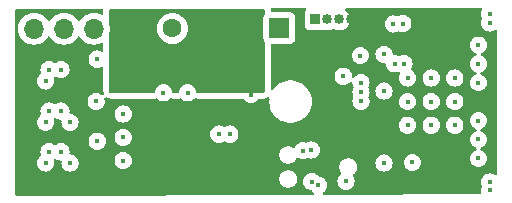
<source format=gbr>
%TF.GenerationSoftware,KiCad,Pcbnew,8.0.6*%
%TF.CreationDate,2024-11-27T12:45:58+01:00*%
%TF.ProjectId,Caffeinated-AFTONSPARV,43616666-6569-46e6-9174-65642d414654,rev?*%
%TF.SameCoordinates,Original*%
%TF.FileFunction,Copper,L3,Inr*%
%TF.FilePolarity,Positive*%
%FSLAX46Y46*%
G04 Gerber Fmt 4.6, Leading zero omitted, Abs format (unit mm)*
G04 Created by KiCad (PCBNEW 8.0.6) date 2024-11-27 12:45:58*
%MOMM*%
%LPD*%
G01*
G04 APERTURE LIST*
%TA.AperFunction,ComponentPad*%
%ADD10R,0.850000X0.850000*%
%TD*%
%TA.AperFunction,ComponentPad*%
%ADD11O,0.850000X0.850000*%
%TD*%
%TA.AperFunction,ComponentPad*%
%ADD12R,1.700000X1.700000*%
%TD*%
%TA.AperFunction,ComponentPad*%
%ADD13O,1.700000X1.700000*%
%TD*%
%TA.AperFunction,ComponentPad*%
%ADD14R,1.600000X1.600000*%
%TD*%
%TA.AperFunction,ComponentPad*%
%ADD15C,1.600000*%
%TD*%
%TA.AperFunction,ViaPad*%
%ADD16C,0.450000*%
%TD*%
G04 APERTURE END LIST*
D10*
%TO.N,GND*%
%TO.C,J4*%
X25600000Y15065000D03*
D11*
%TO.N,USB-D+*%
X26600000Y15065000D03*
%TO.N,USB-D-*%
X27600000Y15065000D03*
%TO.N,+3.3V*%
X28600000Y15065000D03*
%TD*%
D12*
%TO.N,+24V*%
%TO.C,J2*%
X9390000Y14275000D03*
D13*
%TO.N,Net-(J2-Pin_2)*%
X6850000Y14275000D03*
%TO.N,Net-(J2-Pin_3)*%
X4310000Y14275000D03*
%TO.N,Net-(J2-Pin_4)*%
X1770000Y14275000D03*
%TD*%
D12*
%TO.N,GND*%
%TO.C,J1*%
X22550000Y14325000D03*
D13*
%TO.N,+24V*%
X20010000Y14325000D03*
%TD*%
D14*
%TO.N,+24V*%
%TO.C,C2*%
X15982380Y14300000D03*
D15*
%TO.N,GND*%
X13482380Y14300000D03*
%TD*%
D16*
%TO.N,GND*%
X39400000Y3300000D03*
X40350000Y1300000D03*
X33400000Y10100000D03*
X4825000Y2900000D03*
X2750000Y2900000D03*
X31400000Y2900000D03*
X39400000Y11300000D03*
X2750000Y9850000D03*
X9325000Y3100000D03*
X2750000Y6350000D03*
X9325000Y7050000D03*
X37400000Y10100000D03*
X18350000Y5350000D03*
X9325000Y5075000D03*
X39400000Y9700000D03*
X33400000Y8100000D03*
X40350000Y15500000D03*
X33400000Y6100000D03*
X29400000Y12000000D03*
X35400000Y8100000D03*
X24560000Y3950000D03*
X12725000Y8850000D03*
X37400000Y6100000D03*
X17425000Y5350000D03*
X14775000Y8850000D03*
X4825000Y6350000D03*
X39400000Y6500000D03*
X35400000Y10100000D03*
X35400000Y6100000D03*
X37400000Y8100000D03*
X40350000Y14750000D03*
X39400000Y4900000D03*
X39400000Y12900000D03*
X40350000Y600000D03*
%TO.N,+24V*%
X20150000Y8700000D03*
%TO.N,Net-(J2-Pin_2)*%
X3050000Y3850000D03*
X4050000Y3850000D03*
%TO.N,Net-(J2-Pin_3)*%
X4050000Y7300000D03*
X3050000Y7300000D03*
%TO.N,+3.3V*%
X12050000Y1900000D03*
X27950000Y12525000D03*
X26550000Y5225000D03*
X10600000Y2225000D03*
%TO.N,IO9*%
X31400000Y12100000D03*
X28192500Y1367500D03*
%TO.N,TX*%
X33100000Y11300000D03*
%TO.N,Net-(U1-GPIO2{slash}ADC1_CH2)*%
X31400000Y9000000D03*
X27950000Y10250000D03*
%TO.N,RX*%
X25250000Y4000000D03*
X32300000Y11300000D03*
X25295000Y1325000D03*
%TO.N,EN*%
X33800000Y2950000D03*
X25850000Y1025000D03*
%TO.N,USB-D+*%
X33000000Y14700000D03*
%TO.N,LED-B*%
X7125000Y11700000D03*
X29450000Y9700000D03*
%TO.N,LED-G*%
X7037500Y8112500D03*
X29450000Y8900000D03*
%TO.N,LED-R*%
X29450000Y8125000D03*
X7125000Y4750000D03*
%TO.N,USB-D-*%
X32200000Y14675000D03*
%TO.N,Net-(J2-Pin_4)*%
X4050000Y10800000D03*
X3050000Y10800000D03*
%TD*%
%TA.AperFunction,Conductor*%
%TO.N,+3.3V*%
G36*
X39679043Y16027082D02*
G01*
X39724927Y15974390D01*
X39735040Y15905256D01*
X39717254Y15856632D01*
X39692210Y15816775D01*
X39638212Y15662456D01*
X39619909Y15500004D01*
X39619909Y15499997D01*
X39638212Y15337545D01*
X39638213Y15337540D01*
X39638214Y15337539D01*
X39640302Y15331571D01*
X39692211Y15183222D01*
X39694342Y15178798D01*
X39705692Y15109857D01*
X39694342Y15071202D01*
X39692211Y15066779D01*
X39638212Y14912456D01*
X39619909Y14750004D01*
X39619909Y14749997D01*
X39638212Y14587545D01*
X39692210Y14433226D01*
X39723628Y14383225D01*
X39779192Y14294796D01*
X39894796Y14179192D01*
X40033225Y14092211D01*
X40187539Y14038214D01*
X40187542Y14038214D01*
X40187544Y14038213D01*
X40349996Y14019909D01*
X40350000Y14019909D01*
X40350004Y14019909D01*
X40512455Y14038213D01*
X40512456Y14038214D01*
X40512461Y14038214D01*
X40666775Y14092211D01*
X40805204Y14179192D01*
X40805205Y14179194D01*
X40810027Y14182223D01*
X40877264Y14201224D01*
X40944099Y14180857D01*
X40989314Y14127589D01*
X41000000Y14077230D01*
X41000000Y1972771D01*
X40980315Y1905732D01*
X40927511Y1859977D01*
X40858353Y1850033D01*
X40810028Y1867777D01*
X40666774Y1957790D01*
X40512455Y2011788D01*
X40350004Y2030091D01*
X40349996Y2030091D01*
X40187544Y2011788D01*
X40033225Y1957790D01*
X39894795Y1870808D01*
X39779192Y1755205D01*
X39692210Y1616775D01*
X39638212Y1462456D01*
X39619909Y1300004D01*
X39619909Y1299997D01*
X39638212Y1137545D01*
X39689506Y990954D01*
X39693067Y921175D01*
X39689506Y909046D01*
X39638212Y762456D01*
X39619909Y600004D01*
X39619909Y599997D01*
X39638212Y437543D01*
X39638213Y437541D01*
X39647375Y411356D01*
X39650936Y341577D01*
X39616206Y280951D01*
X39554211Y248725D01*
X39530637Y246404D01*
X26353892Y214147D01*
X26286804Y233668D01*
X26240920Y286360D01*
X26230807Y355494D01*
X26259677Y419120D01*
X26287616Y443141D01*
X26305204Y454192D01*
X26420808Y569796D01*
X26507789Y708225D01*
X26561786Y862539D01*
X26564664Y888080D01*
X26580091Y1024997D01*
X26580091Y1025004D01*
X26561787Y1187456D01*
X26561786Y1187458D01*
X26561786Y1187461D01*
X26507789Y1341775D01*
X26491622Y1367504D01*
X27462409Y1367504D01*
X27462409Y1367497D01*
X27480712Y1205045D01*
X27534710Y1050726D01*
X27572268Y990954D01*
X27621692Y912296D01*
X27737296Y796692D01*
X27875725Y709711D01*
X28030039Y655714D01*
X28030042Y655714D01*
X28030044Y655713D01*
X28192496Y637409D01*
X28192500Y637409D01*
X28192504Y637409D01*
X28354955Y655713D01*
X28354956Y655714D01*
X28354961Y655714D01*
X28509275Y709711D01*
X28647704Y796692D01*
X28763308Y912296D01*
X28850289Y1050725D01*
X28904286Y1205039D01*
X28904287Y1205045D01*
X28922591Y1367497D01*
X28922591Y1367504D01*
X28904287Y1529956D01*
X28904286Y1529958D01*
X28904286Y1529961D01*
X28850289Y1684275D01*
X28805721Y1755205D01*
X28779603Y1796771D01*
X28760603Y1864007D01*
X28780971Y1930843D01*
X28815705Y1965845D01*
X28845420Y1985699D01*
X28949301Y2089580D01*
X29030920Y2211731D01*
X29087140Y2347458D01*
X29115800Y2491545D01*
X29115800Y2638455D01*
X29087140Y2782542D01*
X29038486Y2900004D01*
X30669909Y2900004D01*
X30669909Y2899997D01*
X30688212Y2737545D01*
X30742210Y2583226D01*
X30799818Y2491544D01*
X30829192Y2444796D01*
X30944796Y2329192D01*
X31083225Y2242211D01*
X31237539Y2188214D01*
X31237542Y2188214D01*
X31237544Y2188213D01*
X31399996Y2169909D01*
X31400000Y2169909D01*
X31400004Y2169909D01*
X31562455Y2188213D01*
X31562456Y2188214D01*
X31562461Y2188214D01*
X31716775Y2242211D01*
X31855204Y2329192D01*
X31970808Y2444796D01*
X32057789Y2583225D01*
X32111786Y2737539D01*
X32117420Y2787539D01*
X32130091Y2899997D01*
X32130091Y2900004D01*
X32124457Y2950004D01*
X33069909Y2950004D01*
X33069909Y2949997D01*
X33088212Y2787545D01*
X33088213Y2787540D01*
X33088214Y2787539D01*
X33089963Y2782542D01*
X33142210Y2633226D01*
X33173628Y2583225D01*
X33229192Y2494796D01*
X33344796Y2379192D01*
X33483225Y2292211D01*
X33637539Y2238214D01*
X33637542Y2238214D01*
X33637544Y2238213D01*
X33799996Y2219909D01*
X33800000Y2219909D01*
X33800004Y2219909D01*
X33962455Y2238213D01*
X33962456Y2238214D01*
X33962461Y2238214D01*
X34116775Y2292211D01*
X34255204Y2379192D01*
X34370808Y2494796D01*
X34457789Y2633225D01*
X34511786Y2787539D01*
X34517156Y2835200D01*
X34530091Y2949997D01*
X34530091Y2950004D01*
X34511787Y3112456D01*
X34511786Y3112458D01*
X34511786Y3112461D01*
X34457789Y3266775D01*
X34370808Y3405204D01*
X34255204Y3520808D01*
X34235443Y3533225D01*
X34116774Y3607790D01*
X33962455Y3661788D01*
X33800004Y3680091D01*
X33799996Y3680091D01*
X33637544Y3661788D01*
X33483225Y3607790D01*
X33344795Y3520808D01*
X33229192Y3405205D01*
X33142210Y3266775D01*
X33088212Y3112456D01*
X33069909Y2950004D01*
X32124457Y2950004D01*
X32111787Y3062456D01*
X32111786Y3062458D01*
X32111786Y3062461D01*
X32057789Y3216775D01*
X31970808Y3355204D01*
X31855204Y3470808D01*
X31757245Y3532360D01*
X31716774Y3557790D01*
X31562455Y3611788D01*
X31400004Y3630091D01*
X31399996Y3630091D01*
X31237544Y3611788D01*
X31083225Y3557790D01*
X30944795Y3470808D01*
X30829192Y3355205D01*
X30742210Y3216775D01*
X30688212Y3062456D01*
X30669909Y2900004D01*
X29038486Y2900004D01*
X29030920Y2918269D01*
X29030919Y2918270D01*
X29030916Y2918276D01*
X28949301Y3040420D01*
X28949298Y3040424D01*
X28845423Y3144299D01*
X28845419Y3144302D01*
X28723275Y3225917D01*
X28723266Y3225922D01*
X28587544Y3282139D01*
X28587545Y3282139D01*
X28587542Y3282140D01*
X28587538Y3282141D01*
X28587534Y3282142D01*
X28443459Y3310800D01*
X28443455Y3310800D01*
X28296545Y3310800D01*
X28296540Y3310800D01*
X28152465Y3282142D01*
X28152455Y3282139D01*
X28016733Y3225922D01*
X28016724Y3225917D01*
X27894580Y3144302D01*
X27894576Y3144299D01*
X27790701Y3040424D01*
X27790698Y3040420D01*
X27709083Y2918276D01*
X27709078Y2918267D01*
X27652861Y2782545D01*
X27652858Y2782535D01*
X27624200Y2638460D01*
X27624200Y2491541D01*
X27652858Y2347466D01*
X27652861Y2347456D01*
X27709078Y2211734D01*
X27709086Y2211720D01*
X27775244Y2112707D01*
X27796122Y2046030D01*
X27777637Y1978650D01*
X27742377Y1943117D01*
X27742746Y1942655D01*
X27738783Y1939495D01*
X27738122Y1938828D01*
X27737300Y1938312D01*
X27737297Y1938310D01*
X27621692Y1822705D01*
X27534710Y1684275D01*
X27480712Y1529956D01*
X27462409Y1367504D01*
X26491622Y1367504D01*
X26420808Y1480204D01*
X26305204Y1595808D01*
X26232048Y1641775D01*
X26166774Y1682790D01*
X26012455Y1736788D01*
X25939232Y1745038D01*
X25874818Y1772105D01*
X25865435Y1780577D01*
X25750204Y1895808D01*
X25611774Y1982790D01*
X25457455Y2036788D01*
X25295004Y2055091D01*
X25294996Y2055091D01*
X25132544Y2036788D01*
X24978225Y1982790D01*
X24839795Y1895808D01*
X24724192Y1780205D01*
X24637210Y1641775D01*
X24583212Y1487456D01*
X24564909Y1325004D01*
X24564909Y1324997D01*
X24583212Y1162545D01*
X24637210Y1008226D01*
X24712701Y888084D01*
X24724192Y869796D01*
X24839796Y754192D01*
X24912952Y708225D01*
X24978227Y667210D01*
X25132531Y613216D01*
X25132535Y613215D01*
X25132536Y613215D01*
X25132539Y613214D01*
X25205767Y604964D01*
X25270178Y577899D01*
X25279563Y569425D01*
X25394795Y454193D01*
X25394798Y454191D01*
X25416293Y440684D01*
X25462584Y388349D01*
X25473231Y319295D01*
X25444855Y255447D01*
X25386465Y217076D01*
X25350624Y211691D01*
X274304Y150305D01*
X207216Y169826D01*
X161332Y222518D01*
X150000Y274305D01*
X150000Y1622460D01*
X22544200Y1622460D01*
X22544200Y1475541D01*
X22572858Y1331466D01*
X22572861Y1331456D01*
X22629078Y1195734D01*
X22629083Y1195725D01*
X22710698Y1073581D01*
X22710701Y1073577D01*
X22814576Y969702D01*
X22814580Y969699D01*
X22936724Y888084D01*
X22936730Y888081D01*
X22936731Y888080D01*
X23072458Y831860D01*
X23216540Y803201D01*
X23216544Y803200D01*
X23216545Y803200D01*
X23363456Y803200D01*
X23363457Y803201D01*
X23507542Y831860D01*
X23643269Y888080D01*
X23765420Y969699D01*
X23869301Y1073580D01*
X23950920Y1195731D01*
X24007140Y1331458D01*
X24035800Y1475545D01*
X24035800Y1622455D01*
X24007140Y1766542D01*
X23950920Y1902269D01*
X23950919Y1902270D01*
X23950916Y1902276D01*
X23869301Y2024420D01*
X23869298Y2024424D01*
X23765423Y2128299D01*
X23765419Y2128302D01*
X23643275Y2209917D01*
X23643266Y2209922D01*
X23507544Y2266139D01*
X23507545Y2266139D01*
X23507542Y2266140D01*
X23507538Y2266141D01*
X23507534Y2266142D01*
X23363459Y2294800D01*
X23363455Y2294800D01*
X23216545Y2294800D01*
X23216540Y2294800D01*
X23072465Y2266142D01*
X23072455Y2266139D01*
X22936733Y2209922D01*
X22936724Y2209917D01*
X22814580Y2128302D01*
X22814576Y2128299D01*
X22710701Y2024424D01*
X22710698Y2024420D01*
X22629083Y1902276D01*
X22629078Y1902267D01*
X22572861Y1766545D01*
X22572858Y1766535D01*
X22544200Y1622460D01*
X150000Y1622460D01*
X150000Y2900004D01*
X2019909Y2900004D01*
X2019909Y2899997D01*
X2038212Y2737545D01*
X2092210Y2583226D01*
X2149818Y2491544D01*
X2179192Y2444796D01*
X2294796Y2329192D01*
X2433225Y2242211D01*
X2587539Y2188214D01*
X2587542Y2188214D01*
X2587544Y2188213D01*
X2749996Y2169909D01*
X2750000Y2169909D01*
X2750004Y2169909D01*
X2912455Y2188213D01*
X2912456Y2188214D01*
X2912461Y2188214D01*
X3066775Y2242211D01*
X3205204Y2329192D01*
X3320808Y2444796D01*
X3407789Y2583225D01*
X3461786Y2737539D01*
X3467420Y2787539D01*
X3480091Y2899997D01*
X3480091Y2900004D01*
X3461787Y3062458D01*
X3449010Y3098973D01*
X3444129Y3112919D01*
X3440568Y3182697D01*
X3475296Y3243324D01*
X3537289Y3275552D01*
X3606865Y3269147D01*
X3627142Y3258868D01*
X3733225Y3192211D01*
X3887539Y3138214D01*
X3887542Y3138214D01*
X3887544Y3138213D01*
X3995592Y3126039D01*
X4060006Y3098973D01*
X4099561Y3041378D01*
X4104929Y2988936D01*
X4094909Y2900004D01*
X4094909Y2899997D01*
X4113212Y2737545D01*
X4167210Y2583226D01*
X4224818Y2491544D01*
X4254192Y2444796D01*
X4369796Y2329192D01*
X4508225Y2242211D01*
X4662539Y2188214D01*
X4662542Y2188214D01*
X4662544Y2188213D01*
X4824996Y2169909D01*
X4825000Y2169909D01*
X4825004Y2169909D01*
X4987455Y2188213D01*
X4987456Y2188214D01*
X4987461Y2188214D01*
X5141775Y2242211D01*
X5280204Y2329192D01*
X5395808Y2444796D01*
X5482789Y2583225D01*
X5536786Y2737539D01*
X5542420Y2787539D01*
X5555091Y2899997D01*
X5555091Y2900004D01*
X5536787Y3062456D01*
X5536786Y3062458D01*
X5536786Y3062461D01*
X5523649Y3100004D01*
X8594909Y3100004D01*
X8594909Y3099997D01*
X8613212Y2937545D01*
X8667210Y2783226D01*
X8701162Y2729192D01*
X8754192Y2644796D01*
X8869796Y2529192D01*
X9008225Y2442211D01*
X9162539Y2388214D01*
X9162542Y2388214D01*
X9162544Y2388213D01*
X9324996Y2369909D01*
X9325000Y2369909D01*
X9325004Y2369909D01*
X9487455Y2388213D01*
X9487456Y2388214D01*
X9487461Y2388214D01*
X9641775Y2442211D01*
X9780204Y2529192D01*
X9895808Y2644796D01*
X9982789Y2783225D01*
X10036786Y2937539D01*
X10038190Y2950000D01*
X10055091Y3099997D01*
X10055091Y3100004D01*
X10036787Y3262456D01*
X10036786Y3262458D01*
X10036786Y3262461D01*
X9982789Y3416775D01*
X9895808Y3555204D01*
X9796552Y3654460D01*
X22544200Y3654460D01*
X22544200Y3507541D01*
X22572858Y3363466D01*
X22572861Y3363456D01*
X22629078Y3227734D01*
X22629083Y3227725D01*
X22710698Y3105581D01*
X22710701Y3105577D01*
X22814576Y3001702D01*
X22814580Y3001699D01*
X22936724Y2920084D01*
X22936730Y2920081D01*
X22936731Y2920080D01*
X23072458Y2863860D01*
X23216540Y2835201D01*
X23216544Y2835200D01*
X23216545Y2835200D01*
X23363456Y2835200D01*
X23363457Y2835201D01*
X23507542Y2863860D01*
X23643269Y2920080D01*
X23765420Y3001699D01*
X23869301Y3105580D01*
X23950920Y3227731D01*
X23976284Y3288966D01*
X24020123Y3343367D01*
X24086416Y3365433D01*
X24154116Y3348155D01*
X24156817Y3346505D01*
X24230833Y3299997D01*
X24243225Y3292211D01*
X24397539Y3238214D01*
X24397542Y3238214D01*
X24397544Y3238213D01*
X24559996Y3219909D01*
X24560000Y3219909D01*
X24560004Y3219909D01*
X24722457Y3238213D01*
X24722459Y3238214D01*
X24722461Y3238214D01*
X24876775Y3292211D01*
X24897515Y3305244D01*
X24964750Y3324244D01*
X25004441Y3317292D01*
X25085398Y3288963D01*
X25087542Y3288213D01*
X25249996Y3269909D01*
X25250000Y3269909D01*
X25250004Y3269909D01*
X25412455Y3288213D01*
X25412456Y3288214D01*
X25412461Y3288214D01*
X25566775Y3342211D01*
X25705204Y3429192D01*
X25820808Y3544796D01*
X25907789Y3683225D01*
X25961786Y3837539D01*
X25963190Y3850000D01*
X25980091Y3999997D01*
X25980091Y4000004D01*
X25961787Y4162456D01*
X25961786Y4162458D01*
X25961786Y4162461D01*
X25907789Y4316775D01*
X25820808Y4455204D01*
X25705204Y4570808D01*
X25678567Y4587545D01*
X25566774Y4657790D01*
X25412455Y4711788D01*
X25250004Y4730091D01*
X25249996Y4730091D01*
X25087544Y4711788D01*
X24933225Y4657790D01*
X24912482Y4644756D01*
X24845244Y4625758D01*
X24805560Y4632710D01*
X24722459Y4661787D01*
X24560004Y4680091D01*
X24559996Y4680091D01*
X24397544Y4661788D01*
X24243225Y4607790D01*
X24104795Y4520808D01*
X23989192Y4405205D01*
X23902209Y4266774D01*
X23898951Y4257461D01*
X23858229Y4200685D01*
X23793275Y4174939D01*
X23724714Y4188396D01*
X23713019Y4195315D01*
X23643275Y4241917D01*
X23643266Y4241922D01*
X23507544Y4298139D01*
X23507545Y4298139D01*
X23507542Y4298140D01*
X23507538Y4298141D01*
X23507534Y4298142D01*
X23363459Y4326800D01*
X23363455Y4326800D01*
X23216545Y4326800D01*
X23216540Y4326800D01*
X23072465Y4298142D01*
X23072455Y4298139D01*
X22936733Y4241922D01*
X22936724Y4241917D01*
X22814580Y4160302D01*
X22814576Y4160299D01*
X22710701Y4056424D01*
X22710698Y4056420D01*
X22629083Y3934276D01*
X22629078Y3934267D01*
X22572861Y3798545D01*
X22572858Y3798535D01*
X22544200Y3654460D01*
X9796552Y3654460D01*
X9780204Y3670808D01*
X9753567Y3687545D01*
X9641774Y3757790D01*
X9487455Y3811788D01*
X9325004Y3830091D01*
X9324996Y3830091D01*
X9162544Y3811788D01*
X9008225Y3757790D01*
X8869795Y3670808D01*
X8754192Y3555205D01*
X8667210Y3416775D01*
X8613212Y3262456D01*
X8594909Y3100004D01*
X5523649Y3100004D01*
X5482789Y3216775D01*
X5395808Y3355204D01*
X5280204Y3470808D01*
X5182245Y3532360D01*
X5141774Y3557790D01*
X4987455Y3611788D01*
X4879406Y3623962D01*
X4814992Y3651029D01*
X4775437Y3708624D01*
X4770070Y3761065D01*
X4780091Y3850000D01*
X4777746Y3870808D01*
X4761787Y4012456D01*
X4761786Y4012458D01*
X4761786Y4012461D01*
X4707789Y4166775D01*
X4620808Y4305204D01*
X4505204Y4420808D01*
X4484028Y4434114D01*
X4366774Y4507790D01*
X4212455Y4561788D01*
X4050004Y4580091D01*
X4049996Y4580091D01*
X3887544Y4561788D01*
X3733225Y4507790D01*
X3615972Y4434114D01*
X3548735Y4415114D01*
X3484028Y4434114D01*
X3366774Y4507790D01*
X3212455Y4561788D01*
X3050004Y4580091D01*
X3049996Y4580091D01*
X2887544Y4561788D01*
X2733225Y4507790D01*
X2594795Y4420808D01*
X2479192Y4305205D01*
X2392210Y4166775D01*
X2338212Y4012456D01*
X2319909Y3850004D01*
X2319909Y3849997D01*
X2338212Y3687545D01*
X2338213Y3687540D01*
X2338214Y3687539D01*
X2358316Y3630091D01*
X2359897Y3625573D01*
X2363458Y3555794D01*
X2328729Y3495167D01*
X2308829Y3479626D01*
X2294796Y3470809D01*
X2179192Y3355205D01*
X2092210Y3216775D01*
X2038212Y3062456D01*
X2019909Y2900004D01*
X150000Y2900004D01*
X150000Y4750004D01*
X6394909Y4750004D01*
X6394909Y4749997D01*
X6413212Y4587545D01*
X6467210Y4433226D01*
X6522704Y4344909D01*
X6554192Y4294796D01*
X6669796Y4179192D01*
X6808225Y4092211D01*
X6962539Y4038214D01*
X6962542Y4038214D01*
X6962544Y4038213D01*
X7124996Y4019909D01*
X7125000Y4019909D01*
X7125004Y4019909D01*
X7287455Y4038213D01*
X7287456Y4038214D01*
X7287461Y4038214D01*
X7441775Y4092211D01*
X7580204Y4179192D01*
X7695808Y4294796D01*
X7782789Y4433225D01*
X7836786Y4587539D01*
X7839068Y4607790D01*
X7855091Y4749997D01*
X7855091Y4750004D01*
X7836787Y4912456D01*
X7836786Y4912458D01*
X7836786Y4912461D01*
X7782789Y5066775D01*
X7777618Y5075004D01*
X8594909Y5075004D01*
X8594909Y5074997D01*
X8613212Y4912545D01*
X8667210Y4758226D01*
X8742619Y4638214D01*
X8754192Y4619796D01*
X8869796Y4504192D01*
X9008225Y4417211D01*
X9162539Y4363214D01*
X9162542Y4363214D01*
X9162544Y4363213D01*
X9324996Y4344909D01*
X9325000Y4344909D01*
X9325004Y4344909D01*
X9487455Y4363213D01*
X9487456Y4363214D01*
X9487461Y4363214D01*
X9641775Y4417211D01*
X9780204Y4504192D01*
X9895808Y4619796D01*
X9982789Y4758225D01*
X10036786Y4912539D01*
X10050384Y5033225D01*
X10055091Y5074997D01*
X10055091Y5075004D01*
X10036787Y5237456D01*
X10036786Y5237458D01*
X10036786Y5237461D01*
X9997405Y5350004D01*
X16694909Y5350004D01*
X16694909Y5349997D01*
X16713212Y5187545D01*
X16767210Y5033226D01*
X16843043Y4912539D01*
X16854192Y4894796D01*
X16969796Y4779192D01*
X17108225Y4692211D01*
X17262539Y4638214D01*
X17262542Y4638214D01*
X17262544Y4638213D01*
X17424996Y4619909D01*
X17425000Y4619909D01*
X17425004Y4619909D01*
X17587455Y4638213D01*
X17587456Y4638214D01*
X17587461Y4638214D01*
X17741775Y4692211D01*
X17821527Y4742324D01*
X17888764Y4761324D01*
X17953472Y4742324D01*
X18033225Y4692211D01*
X18187539Y4638214D01*
X18187542Y4638214D01*
X18187544Y4638213D01*
X18349996Y4619909D01*
X18350000Y4619909D01*
X18350004Y4619909D01*
X18512455Y4638213D01*
X18512456Y4638214D01*
X18512461Y4638214D01*
X18666775Y4692211D01*
X18805204Y4779192D01*
X18920808Y4894796D01*
X19007789Y5033225D01*
X19061786Y5187539D01*
X19061787Y5187545D01*
X19080091Y5349997D01*
X19080091Y5350004D01*
X19061787Y5512456D01*
X19061786Y5512458D01*
X19061786Y5512461D01*
X19007789Y5666775D01*
X18920808Y5805204D01*
X18805204Y5920808D01*
X18746528Y5957677D01*
X18666774Y6007790D01*
X18512455Y6061788D01*
X18350004Y6080091D01*
X18349996Y6080091D01*
X18187544Y6061788D01*
X18033225Y6007790D01*
X17953472Y5957677D01*
X17886235Y5938677D01*
X17821528Y5957677D01*
X17741774Y6007790D01*
X17587455Y6061788D01*
X17425004Y6080091D01*
X17424996Y6080091D01*
X17262544Y6061788D01*
X17108225Y6007790D01*
X16969795Y5920808D01*
X16854192Y5805205D01*
X16767210Y5666775D01*
X16713212Y5512456D01*
X16694909Y5350004D01*
X9997405Y5350004D01*
X9982789Y5391775D01*
X9895808Y5530204D01*
X9780204Y5645808D01*
X9746835Y5666775D01*
X9641774Y5732790D01*
X9487455Y5786788D01*
X9325004Y5805091D01*
X9324996Y5805091D01*
X9162544Y5786788D01*
X9008225Y5732790D01*
X8869795Y5645808D01*
X8754192Y5530205D01*
X8667210Y5391775D01*
X8613212Y5237456D01*
X8594909Y5075004D01*
X7777618Y5075004D01*
X7695808Y5205204D01*
X7580204Y5320808D01*
X7533750Y5349997D01*
X7441774Y5407790D01*
X7287455Y5461788D01*
X7125004Y5480091D01*
X7124996Y5480091D01*
X6962544Y5461788D01*
X6808225Y5407790D01*
X6669795Y5320808D01*
X6554192Y5205205D01*
X6467210Y5066775D01*
X6413212Y4912456D01*
X6394909Y4750004D01*
X150000Y4750004D01*
X150000Y6350004D01*
X2019909Y6350004D01*
X2019909Y6349997D01*
X2038212Y6187545D01*
X2092210Y6033226D01*
X2167432Y5913512D01*
X2179192Y5894796D01*
X2294796Y5779192D01*
X2433225Y5692211D01*
X2587539Y5638214D01*
X2587542Y5638214D01*
X2587544Y5638213D01*
X2749996Y5619909D01*
X2750000Y5619909D01*
X2750004Y5619909D01*
X2912455Y5638213D01*
X2912456Y5638214D01*
X2912461Y5638214D01*
X3066775Y5692211D01*
X3205204Y5779192D01*
X3320808Y5894796D01*
X3407789Y6033225D01*
X3461786Y6187539D01*
X3479237Y6342422D01*
X3480091Y6349997D01*
X3480091Y6350004D01*
X3461787Y6512458D01*
X3449010Y6548973D01*
X3444129Y6562919D01*
X3440568Y6632697D01*
X3475296Y6693324D01*
X3537289Y6725552D01*
X3606865Y6719147D01*
X3627142Y6708868D01*
X3733225Y6642211D01*
X3887539Y6588214D01*
X3887542Y6588214D01*
X3887544Y6588213D01*
X3995592Y6576039D01*
X4060006Y6548973D01*
X4099561Y6491378D01*
X4104929Y6438936D01*
X4094909Y6350004D01*
X4094909Y6349997D01*
X4113212Y6187545D01*
X4167210Y6033226D01*
X4242432Y5913512D01*
X4254192Y5894796D01*
X4369796Y5779192D01*
X4508225Y5692211D01*
X4662539Y5638214D01*
X4662542Y5638214D01*
X4662544Y5638213D01*
X4824996Y5619909D01*
X4825000Y5619909D01*
X4825004Y5619909D01*
X4987455Y5638213D01*
X4987456Y5638214D01*
X4987461Y5638214D01*
X5141775Y5692211D01*
X5280204Y5779192D01*
X5395808Y5894796D01*
X5482789Y6033225D01*
X5506156Y6100004D01*
X32669909Y6100004D01*
X32669909Y6099997D01*
X32688212Y5937545D01*
X32742210Y5783226D01*
X32799399Y5692211D01*
X32829192Y5644796D01*
X32944796Y5529192D01*
X33083225Y5442211D01*
X33237539Y5388214D01*
X33237542Y5388214D01*
X33237544Y5388213D01*
X33399996Y5369909D01*
X33400000Y5369909D01*
X33400004Y5369909D01*
X33562455Y5388213D01*
X33562456Y5388214D01*
X33562461Y5388214D01*
X33716775Y5442211D01*
X33855204Y5529192D01*
X33970808Y5644796D01*
X34057789Y5783225D01*
X34111786Y5937539D01*
X34111787Y5937545D01*
X34130091Y6099997D01*
X34130091Y6100004D01*
X34669909Y6100004D01*
X34669909Y6099997D01*
X34688212Y5937545D01*
X34742210Y5783226D01*
X34799399Y5692211D01*
X34829192Y5644796D01*
X34944796Y5529192D01*
X35083225Y5442211D01*
X35237539Y5388214D01*
X35237542Y5388214D01*
X35237544Y5388213D01*
X35399996Y5369909D01*
X35400000Y5369909D01*
X35400004Y5369909D01*
X35562455Y5388213D01*
X35562456Y5388214D01*
X35562461Y5388214D01*
X35716775Y5442211D01*
X35855204Y5529192D01*
X35970808Y5644796D01*
X36057789Y5783225D01*
X36111786Y5937539D01*
X36111787Y5937545D01*
X36130091Y6099997D01*
X36130091Y6100004D01*
X36669909Y6100004D01*
X36669909Y6099997D01*
X36688212Y5937545D01*
X36742210Y5783226D01*
X36799399Y5692211D01*
X36829192Y5644796D01*
X36944796Y5529192D01*
X37083225Y5442211D01*
X37237539Y5388214D01*
X37237542Y5388214D01*
X37237544Y5388213D01*
X37399996Y5369909D01*
X37400000Y5369909D01*
X37400004Y5369909D01*
X37562455Y5388213D01*
X37562456Y5388214D01*
X37562461Y5388214D01*
X37716775Y5442211D01*
X37855204Y5529192D01*
X37970808Y5644796D01*
X38057789Y5783225D01*
X38111786Y5937539D01*
X38111787Y5937545D01*
X38130091Y6099997D01*
X38130091Y6100004D01*
X38111787Y6262456D01*
X38111786Y6262458D01*
X38111786Y6262461D01*
X38057789Y6416775D01*
X38005493Y6500004D01*
X38669909Y6500004D01*
X38669909Y6499997D01*
X38688212Y6337545D01*
X38742210Y6183226D01*
X38742211Y6183225D01*
X38829192Y6044796D01*
X38944796Y5929192D01*
X39083225Y5842211D01*
X39155154Y5817042D01*
X39211930Y5776320D01*
X39237677Y5711367D01*
X39224221Y5642806D01*
X39175834Y5592403D01*
X39155154Y5582958D01*
X39083224Y5557789D01*
X38944795Y5470808D01*
X38829192Y5355205D01*
X38742210Y5216775D01*
X38688212Y5062456D01*
X38669909Y4900004D01*
X38669909Y4899997D01*
X38688212Y4737545D01*
X38742210Y4583226D01*
X38755682Y4561786D01*
X38829192Y4444796D01*
X38944796Y4329192D01*
X39083225Y4242211D01*
X39155154Y4217042D01*
X39211930Y4176320D01*
X39237677Y4111367D01*
X39224221Y4042806D01*
X39175834Y3992403D01*
X39155154Y3982958D01*
X39083224Y3957789D01*
X38944795Y3870808D01*
X38829192Y3755205D01*
X38742210Y3616775D01*
X38688212Y3462456D01*
X38669909Y3300004D01*
X38669909Y3299997D01*
X38688212Y3137545D01*
X38742210Y2983226D01*
X38781885Y2920084D01*
X38829192Y2844796D01*
X38944796Y2729192D01*
X39083225Y2642211D01*
X39237539Y2588214D01*
X39237542Y2588214D01*
X39237544Y2588213D01*
X39399996Y2569909D01*
X39400000Y2569909D01*
X39400004Y2569909D01*
X39562455Y2588213D01*
X39562456Y2588214D01*
X39562461Y2588214D01*
X39716775Y2642211D01*
X39855204Y2729192D01*
X39970808Y2844796D01*
X40057789Y2983225D01*
X40111786Y3137539D01*
X40120714Y3216775D01*
X40130091Y3299997D01*
X40130091Y3300004D01*
X40111787Y3462456D01*
X40111786Y3462458D01*
X40111786Y3462461D01*
X40057789Y3616775D01*
X39970808Y3755204D01*
X39855204Y3870808D01*
X39754196Y3934276D01*
X39716774Y3957790D01*
X39644846Y3982958D01*
X39588070Y4023680D01*
X39562322Y4088632D01*
X39575778Y4157194D01*
X39624165Y4207597D01*
X39644846Y4217042D01*
X39716775Y4242211D01*
X39855204Y4329192D01*
X39970808Y4444796D01*
X40057789Y4583225D01*
X40111786Y4737539D01*
X40113190Y4750000D01*
X40130091Y4899997D01*
X40130091Y4900004D01*
X40111787Y5062456D01*
X40111786Y5062458D01*
X40111786Y5062461D01*
X40057789Y5216775D01*
X39970808Y5355204D01*
X39855204Y5470808D01*
X39762287Y5529192D01*
X39716774Y5557790D01*
X39644846Y5582958D01*
X39588070Y5623680D01*
X39562322Y5688632D01*
X39575778Y5757194D01*
X39624165Y5807597D01*
X39644846Y5817042D01*
X39716775Y5842211D01*
X39855204Y5929192D01*
X39970808Y6044796D01*
X40057789Y6183225D01*
X40111786Y6337539D01*
X40111862Y6338214D01*
X40130091Y6499997D01*
X40130091Y6500004D01*
X40111787Y6662456D01*
X40111786Y6662458D01*
X40111786Y6662461D01*
X40057789Y6816775D01*
X39970808Y6955204D01*
X39855204Y7070808D01*
X39833477Y7084460D01*
X39716774Y7157790D01*
X39562455Y7211788D01*
X39400004Y7230091D01*
X39399996Y7230091D01*
X39237544Y7211788D01*
X39083225Y7157790D01*
X38944795Y7070808D01*
X38829192Y6955205D01*
X38742210Y6816775D01*
X38688212Y6662456D01*
X38669909Y6500004D01*
X38005493Y6500004D01*
X37970808Y6555204D01*
X37855204Y6670808D01*
X37794634Y6708867D01*
X37716774Y6757790D01*
X37562455Y6811788D01*
X37400004Y6830091D01*
X37399996Y6830091D01*
X37237544Y6811788D01*
X37083225Y6757790D01*
X36944795Y6670808D01*
X36829192Y6555205D01*
X36742210Y6416775D01*
X36688212Y6262456D01*
X36669909Y6100004D01*
X36130091Y6100004D01*
X36111787Y6262456D01*
X36111786Y6262458D01*
X36111786Y6262461D01*
X36057789Y6416775D01*
X35970808Y6555204D01*
X35855204Y6670808D01*
X35794634Y6708867D01*
X35716774Y6757790D01*
X35562455Y6811788D01*
X35400004Y6830091D01*
X35399996Y6830091D01*
X35237544Y6811788D01*
X35083225Y6757790D01*
X34944795Y6670808D01*
X34829192Y6555205D01*
X34742210Y6416775D01*
X34688212Y6262456D01*
X34669909Y6100004D01*
X34130091Y6100004D01*
X34111787Y6262456D01*
X34111786Y6262458D01*
X34111786Y6262461D01*
X34057789Y6416775D01*
X33970808Y6555204D01*
X33855204Y6670808D01*
X33794634Y6708867D01*
X33716774Y6757790D01*
X33562455Y6811788D01*
X33400004Y6830091D01*
X33399996Y6830091D01*
X33237544Y6811788D01*
X33083225Y6757790D01*
X32944795Y6670808D01*
X32829192Y6555205D01*
X32742210Y6416775D01*
X32688212Y6262456D01*
X32669909Y6100004D01*
X5506156Y6100004D01*
X5536786Y6187539D01*
X5554237Y6342422D01*
X5555091Y6349997D01*
X5555091Y6350004D01*
X5536787Y6512456D01*
X5536786Y6512458D01*
X5536786Y6512461D01*
X5482789Y6666775D01*
X5395808Y6805204D01*
X5280204Y6920808D01*
X5182245Y6982360D01*
X5141774Y7007790D01*
X5021132Y7050004D01*
X8594909Y7050004D01*
X8594909Y7049997D01*
X8613212Y6887545D01*
X8667210Y6733226D01*
X8694036Y6690533D01*
X8754192Y6594796D01*
X8869796Y6479192D01*
X9008225Y6392211D01*
X9162539Y6338214D01*
X9162542Y6338214D01*
X9162544Y6338213D01*
X9324996Y6319909D01*
X9325000Y6319909D01*
X9325004Y6319909D01*
X9487455Y6338213D01*
X9487456Y6338214D01*
X9487461Y6338214D01*
X9641775Y6392211D01*
X9780204Y6479192D01*
X9895808Y6594796D01*
X9982789Y6733225D01*
X10036786Y6887539D01*
X10047470Y6982360D01*
X10055091Y7049997D01*
X10055091Y7050004D01*
X10036787Y7212456D01*
X10036786Y7212458D01*
X10036786Y7212461D01*
X9982789Y7366775D01*
X9895808Y7505204D01*
X9780204Y7620808D01*
X9641774Y7707790D01*
X9487455Y7761788D01*
X9325004Y7780091D01*
X9324996Y7780091D01*
X9162544Y7761788D01*
X9008225Y7707790D01*
X8869795Y7620808D01*
X8754192Y7505205D01*
X8667210Y7366775D01*
X8613212Y7212456D01*
X8594909Y7050004D01*
X5021132Y7050004D01*
X4987455Y7061788D01*
X4879406Y7073962D01*
X4814992Y7101029D01*
X4775437Y7158624D01*
X4770070Y7211065D01*
X4780091Y7300000D01*
X4778085Y7317803D01*
X4761787Y7462456D01*
X4761786Y7462458D01*
X4761786Y7462461D01*
X4707789Y7616775D01*
X4620808Y7755204D01*
X4505204Y7870808D01*
X4398993Y7937545D01*
X4366774Y7957790D01*
X4212455Y8011788D01*
X4050004Y8030091D01*
X4049996Y8030091D01*
X3887544Y8011788D01*
X3733225Y7957790D01*
X3615972Y7884114D01*
X3548735Y7865114D01*
X3484028Y7884114D01*
X3366774Y7957790D01*
X3212455Y8011788D01*
X3050004Y8030091D01*
X3049996Y8030091D01*
X2887544Y8011788D01*
X2733225Y7957790D01*
X2594795Y7870808D01*
X2479192Y7755205D01*
X2392210Y7616775D01*
X2338212Y7462456D01*
X2319909Y7300004D01*
X2319909Y7299997D01*
X2338212Y7137545D01*
X2338213Y7137540D01*
X2338214Y7137539D01*
X2356787Y7084461D01*
X2359897Y7075573D01*
X2363458Y7005794D01*
X2328729Y6945167D01*
X2308829Y6929626D01*
X2294796Y6920809D01*
X2179192Y6805205D01*
X2092210Y6666775D01*
X2038212Y6512456D01*
X2019909Y6350004D01*
X150000Y6350004D01*
X150000Y9850004D01*
X2019909Y9850004D01*
X2019909Y9849997D01*
X2038212Y9687545D01*
X2092210Y9533226D01*
X2092211Y9533225D01*
X2179192Y9394796D01*
X2294796Y9279192D01*
X2433225Y9192211D01*
X2587539Y9138214D01*
X2587542Y9138214D01*
X2587544Y9138213D01*
X2749996Y9119909D01*
X2750000Y9119909D01*
X2750004Y9119909D01*
X2912455Y9138213D01*
X2912456Y9138214D01*
X2912461Y9138214D01*
X3066775Y9192211D01*
X3205204Y9279192D01*
X3320808Y9394796D01*
X3407789Y9533225D01*
X3461786Y9687539D01*
X3463190Y9700000D01*
X3480091Y9849997D01*
X3480091Y9850004D01*
X3461787Y10012458D01*
X3444130Y10062918D01*
X3440568Y10132697D01*
X3475296Y10193324D01*
X3537289Y10225552D01*
X3606865Y10219147D01*
X3627142Y10208868D01*
X3733225Y10142211D01*
X3887539Y10088214D01*
X3887542Y10088214D01*
X3887544Y10088213D01*
X4049996Y10069909D01*
X4050000Y10069909D01*
X4050004Y10069909D01*
X4212455Y10088213D01*
X4212456Y10088214D01*
X4212461Y10088214D01*
X4366775Y10142211D01*
X4505204Y10229192D01*
X4620808Y10344796D01*
X4707789Y10483225D01*
X4761786Y10637539D01*
X4762278Y10641907D01*
X4780091Y10799997D01*
X4780091Y10800004D01*
X4761787Y10962456D01*
X4761786Y10962458D01*
X4761786Y10962461D01*
X4707789Y11116775D01*
X4620808Y11255204D01*
X4505204Y11370808D01*
X4412287Y11429192D01*
X4366774Y11457790D01*
X4212455Y11511788D01*
X4050004Y11530091D01*
X4049996Y11530091D01*
X3887544Y11511788D01*
X3733225Y11457790D01*
X3615972Y11384114D01*
X3548735Y11365114D01*
X3484028Y11384114D01*
X3366774Y11457790D01*
X3212455Y11511788D01*
X3050004Y11530091D01*
X3049996Y11530091D01*
X2887544Y11511788D01*
X2733225Y11457790D01*
X2594795Y11370808D01*
X2479192Y11255205D01*
X2392210Y11116775D01*
X2338212Y10962456D01*
X2319909Y10800004D01*
X2319909Y10799997D01*
X2338212Y10637545D01*
X2359897Y10575573D01*
X2363458Y10505794D01*
X2328729Y10445167D01*
X2308829Y10429626D01*
X2294796Y10420809D01*
X2179192Y10305205D01*
X2092210Y10166775D01*
X2038212Y10012456D01*
X2019909Y9850004D01*
X150000Y9850004D01*
X150000Y15826303D01*
X169685Y15893342D01*
X222489Y15939097D01*
X273695Y15950303D01*
X7521517Y15968046D01*
X7588603Y15948525D01*
X7634487Y15895833D01*
X7644048Y15830469D01*
X7644816Y15830414D01*
X7644566Y15826928D01*
X7644600Y15826699D01*
X7644559Y15826416D01*
X7644501Y15826014D01*
X7644500Y15825997D01*
X7644500Y15589272D01*
X7624815Y15522233D01*
X7572011Y15476478D01*
X7502853Y15466534D01*
X7468095Y15476890D01*
X7418542Y15499997D01*
X7313663Y15548903D01*
X7313659Y15548904D01*
X7313655Y15548906D01*
X7085413Y15610062D01*
X7085403Y15610064D01*
X6850001Y15630659D01*
X6849999Y15630659D01*
X6614596Y15610064D01*
X6614586Y15610062D01*
X6386344Y15548906D01*
X6386335Y15548902D01*
X6172171Y15449036D01*
X6172169Y15449035D01*
X5978597Y15313495D01*
X5811505Y15146403D01*
X5681575Y14960842D01*
X5626998Y14917217D01*
X5557500Y14910023D01*
X5495145Y14941546D01*
X5478425Y14960842D01*
X5348494Y15146403D01*
X5181402Y15313494D01*
X5181395Y15313499D01*
X4987834Y15449033D01*
X4987830Y15449035D01*
X4928095Y15476890D01*
X4773663Y15548903D01*
X4773659Y15548904D01*
X4773655Y15548906D01*
X4545413Y15610062D01*
X4545403Y15610064D01*
X4310001Y15630659D01*
X4309999Y15630659D01*
X4074596Y15610064D01*
X4074586Y15610062D01*
X3846344Y15548906D01*
X3846335Y15548902D01*
X3632171Y15449036D01*
X3632169Y15449035D01*
X3438597Y15313495D01*
X3271505Y15146403D01*
X3141575Y14960842D01*
X3086998Y14917217D01*
X3017500Y14910023D01*
X2955145Y14941546D01*
X2938425Y14960842D01*
X2808494Y15146403D01*
X2641402Y15313494D01*
X2641395Y15313499D01*
X2447834Y15449033D01*
X2447830Y15449035D01*
X2388095Y15476890D01*
X2233663Y15548903D01*
X2233659Y15548904D01*
X2233655Y15548906D01*
X2005413Y15610062D01*
X2005403Y15610064D01*
X1770001Y15630659D01*
X1769999Y15630659D01*
X1534596Y15610064D01*
X1534586Y15610062D01*
X1306344Y15548906D01*
X1306335Y15548902D01*
X1092171Y15449036D01*
X1092169Y15449035D01*
X898597Y15313495D01*
X731505Y15146403D01*
X595965Y14952831D01*
X595964Y14952829D01*
X496098Y14738665D01*
X496094Y14738656D01*
X434938Y14510414D01*
X434936Y14510404D01*
X414341Y14275001D01*
X414341Y14275000D01*
X434936Y14039597D01*
X434938Y14039587D01*
X496094Y13811345D01*
X496096Y13811341D01*
X496097Y13811337D01*
X589149Y13611786D01*
X595965Y13597170D01*
X595967Y13597166D01*
X684445Y13470808D01*
X731505Y13403599D01*
X898599Y13236505D01*
X975499Y13182659D01*
X1092165Y13100968D01*
X1092167Y13100967D01*
X1092170Y13100965D01*
X1306337Y13001097D01*
X1534592Y12939937D01*
X1722918Y12923461D01*
X1769999Y12919341D01*
X1770000Y12919341D01*
X1770001Y12919341D01*
X1809234Y12922774D01*
X2005408Y12939937D01*
X2233663Y13001097D01*
X2447830Y13100965D01*
X2641401Y13236505D01*
X2808495Y13403599D01*
X2938425Y13589158D01*
X2993002Y13632783D01*
X3062500Y13639977D01*
X3124855Y13608454D01*
X3141575Y13589158D01*
X3271500Y13403605D01*
X3271505Y13403599D01*
X3438599Y13236505D01*
X3515499Y13182659D01*
X3632165Y13100968D01*
X3632167Y13100967D01*
X3632170Y13100965D01*
X3846337Y13001097D01*
X4074592Y12939937D01*
X4262918Y12923461D01*
X4309999Y12919341D01*
X4310000Y12919341D01*
X4310001Y12919341D01*
X4349234Y12922774D01*
X4545408Y12939937D01*
X4773663Y13001097D01*
X4987830Y13100965D01*
X5181401Y13236505D01*
X5348495Y13403599D01*
X5478425Y13589158D01*
X5533002Y13632783D01*
X5602500Y13639977D01*
X5664855Y13608454D01*
X5681575Y13589158D01*
X5811500Y13403605D01*
X5811505Y13403599D01*
X5978599Y13236505D01*
X6055499Y13182659D01*
X6172165Y13100968D01*
X6172167Y13100967D01*
X6172170Y13100965D01*
X6386337Y13001097D01*
X6614592Y12939937D01*
X6802918Y12923461D01*
X6849999Y12919341D01*
X6850000Y12919341D01*
X6850001Y12919341D01*
X6889234Y12922774D01*
X7085408Y12939937D01*
X7313663Y13001097D01*
X7468095Y13073110D01*
X7537173Y13083602D01*
X7600957Y13055082D01*
X7639196Y12996606D01*
X7644500Y12960728D01*
X7644500Y12454770D01*
X7624815Y12387731D01*
X7572011Y12341976D01*
X7502853Y12332032D01*
X7454528Y12349776D01*
X7441774Y12357790D01*
X7287455Y12411788D01*
X7125004Y12430091D01*
X7124996Y12430091D01*
X6962544Y12411788D01*
X6808225Y12357790D01*
X6669795Y12270808D01*
X6554192Y12155205D01*
X6467210Y12016775D01*
X6413212Y11862456D01*
X6394909Y11700004D01*
X6394909Y11699997D01*
X6413212Y11537545D01*
X6467210Y11383226D01*
X6526911Y11288213D01*
X6554192Y11244796D01*
X6669796Y11129192D01*
X6808225Y11042211D01*
X6962539Y10988214D01*
X6962542Y10988214D01*
X6962544Y10988213D01*
X7124996Y10969909D01*
X7125000Y10969909D01*
X7125004Y10969909D01*
X7287455Y10988213D01*
X7287456Y10988214D01*
X7287461Y10988214D01*
X7441775Y11042211D01*
X7454524Y11050223D01*
X7521760Y11069225D01*
X7588596Y11048860D01*
X7633812Y10995594D01*
X7644500Y10945231D01*
X7644500Y8974000D01*
X7644501Y8973991D01*
X7656052Y8866550D01*
X7656054Y8866538D01*
X7665360Y8823761D01*
X7660376Y8754069D01*
X7618505Y8698135D01*
X7553041Y8673718D01*
X7484768Y8688570D01*
X7478222Y8692408D01*
X7354274Y8770290D01*
X7199955Y8824288D01*
X7037504Y8842591D01*
X7037496Y8842591D01*
X6875044Y8824288D01*
X6720725Y8770290D01*
X6582295Y8683308D01*
X6466692Y8567705D01*
X6379710Y8429275D01*
X6325712Y8274956D01*
X6307409Y8112504D01*
X6307409Y8112497D01*
X6325712Y7950045D01*
X6379710Y7795726D01*
X6401035Y7761788D01*
X6466692Y7657296D01*
X6582296Y7541692D01*
X6720725Y7454711D01*
X6875039Y7400714D01*
X6875042Y7400714D01*
X6875044Y7400713D01*
X7037496Y7382409D01*
X7037500Y7382409D01*
X7037504Y7382409D01*
X7199955Y7400713D01*
X7199956Y7400714D01*
X7199961Y7400714D01*
X7354275Y7454711D01*
X7492704Y7541692D01*
X7608308Y7657296D01*
X7695289Y7795725D01*
X7749286Y7950039D01*
X7749287Y7950045D01*
X7767591Y8112497D01*
X7767591Y8112504D01*
X7749287Y8274956D01*
X7749286Y8274958D01*
X7749286Y8274961D01*
X7737840Y8307670D01*
X7734278Y8377444D01*
X7769006Y8438072D01*
X7830999Y8470300D01*
X7900575Y8463896D01*
X7925794Y8448584D01*
X7926207Y8449226D01*
X7933661Y8444436D01*
X7933664Y8444433D01*
X7933667Y8444432D01*
X7933668Y8444431D01*
X8027925Y8401384D01*
X8064541Y8384662D01*
X8131580Y8364977D01*
X8131584Y8364976D01*
X8274000Y8344500D01*
X8274003Y8344500D01*
X11884088Y8344500D01*
X11884096Y8344500D01*
X11963688Y8350805D01*
X12002248Y8356953D01*
X12079848Y8375710D01*
X12079850Y8375712D01*
X12086539Y8377328D01*
X12087232Y8374461D01*
X12143827Y8378063D01*
X12204200Y8344788D01*
X12269796Y8279192D01*
X12408225Y8192211D01*
X12562539Y8138214D01*
X12562542Y8138214D01*
X12562544Y8138213D01*
X12724996Y8119909D01*
X12725000Y8119909D01*
X12725004Y8119909D01*
X12887455Y8138213D01*
X12887456Y8138214D01*
X12887461Y8138214D01*
X13041775Y8192211D01*
X13180204Y8279192D01*
X13249714Y8348702D01*
X13311037Y8382187D01*
X13372331Y8379998D01*
X13423484Y8364977D01*
X13423488Y8364976D01*
X13565904Y8344500D01*
X13565907Y8344500D01*
X13934088Y8344500D01*
X13934096Y8344500D01*
X14013688Y8350805D01*
X14052248Y8356953D01*
X14129848Y8375710D01*
X14129850Y8375712D01*
X14136539Y8377328D01*
X14137232Y8374461D01*
X14193827Y8378063D01*
X14254200Y8344788D01*
X14319796Y8279192D01*
X14458225Y8192211D01*
X14612539Y8138214D01*
X14612542Y8138214D01*
X14612544Y8138213D01*
X14774996Y8119909D01*
X14775000Y8119909D01*
X14775004Y8119909D01*
X14937455Y8138213D01*
X14937456Y8138214D01*
X14937461Y8138214D01*
X15091775Y8192211D01*
X15230204Y8279192D01*
X15299714Y8348702D01*
X15361037Y8382187D01*
X15422331Y8379998D01*
X15473484Y8364977D01*
X15473488Y8364976D01*
X15615904Y8344500D01*
X19448011Y8344500D01*
X19515050Y8324815D01*
X19553004Y8286473D01*
X19579190Y8244798D01*
X19579192Y8244796D01*
X19694796Y8129192D01*
X19833225Y8042211D01*
X19987539Y7988214D01*
X19987542Y7988214D01*
X19987544Y7988213D01*
X20149996Y7969909D01*
X20150000Y7969909D01*
X20150004Y7969909D01*
X20312455Y7988213D01*
X20312456Y7988214D01*
X20312461Y7988214D01*
X20466775Y8042211D01*
X20605204Y8129192D01*
X20720808Y8244796D01*
X20727996Y8256236D01*
X20746996Y8286473D01*
X20799331Y8332764D01*
X20851989Y8344500D01*
X21175990Y8344500D01*
X21176000Y8344500D01*
X21283456Y8356053D01*
X21334967Y8367259D01*
X21379818Y8382187D01*
X21437497Y8401384D01*
X21437501Y8401387D01*
X21437504Y8401387D01*
X21521893Y8455621D01*
X21588933Y8475306D01*
X21655972Y8455622D01*
X21701727Y8402818D01*
X21712586Y8342039D01*
X21694448Y8100004D01*
X21694448Y8099997D01*
X21714583Y7831311D01*
X21714583Y7831310D01*
X21774536Y7568636D01*
X21774542Y7568617D01*
X21872976Y7317811D01*
X21872979Y7317803D01*
X21933799Y7212461D01*
X22007701Y7084460D01*
X22131177Y6929626D01*
X22175699Y6873797D01*
X22300726Y6757790D01*
X22373212Y6690533D01*
X22595836Y6538750D01*
X22595841Y6538748D01*
X22595842Y6538747D01*
X22595843Y6538746D01*
X22724771Y6476658D01*
X22838592Y6421845D01*
X22838593Y6421845D01*
X22838596Y6421843D01*
X23096069Y6342423D01*
X23096070Y6342423D01*
X23096073Y6342422D01*
X23362494Y6302266D01*
X23362499Y6302266D01*
X23362502Y6302265D01*
X23362503Y6302265D01*
X23631945Y6302265D01*
X23631946Y6302265D01*
X23631953Y6302266D01*
X23898374Y6342422D01*
X23898375Y6342423D01*
X23898379Y6342423D01*
X24155852Y6421843D01*
X24398612Y6538750D01*
X24621236Y6690533D01*
X24818752Y6873801D01*
X24986747Y7084460D01*
X25121469Y7317805D01*
X25219908Y7568622D01*
X25279864Y7831310D01*
X25289343Y7957790D01*
X25300000Y8099997D01*
X25300000Y8100004D01*
X25279864Y8368690D01*
X25279864Y8368691D01*
X25219911Y8631365D01*
X25219910Y8631366D01*
X25219908Y8631378D01*
X25121469Y8882195D01*
X25121468Y8882198D01*
X25053452Y9000004D01*
X24986747Y9115540D01*
X24818752Y9326199D01*
X24818751Y9326200D01*
X24818748Y9326204D01*
X24621236Y9509467D01*
X24592303Y9529193D01*
X24398612Y9661250D01*
X24398608Y9661252D01*
X24398605Y9661254D01*
X24398604Y9661255D01*
X24155854Y9778156D01*
X24155856Y9778156D01*
X23898380Y9857577D01*
X23898374Y9857579D01*
X23631953Y9897735D01*
X23631946Y9897735D01*
X23362502Y9897735D01*
X23362494Y9897735D01*
X23096073Y9857579D01*
X23096067Y9857577D01*
X22838592Y9778156D01*
X22595843Y9661255D01*
X22595842Y9661254D01*
X22595836Y9661251D01*
X22595836Y9661250D01*
X22569690Y9643425D01*
X22373211Y9509467D01*
X22175699Y9326204D01*
X22026447Y9139047D01*
X21969258Y9098907D01*
X21899447Y9096057D01*
X21839177Y9131403D01*
X21807584Y9193722D01*
X21805500Y9216360D01*
X21805500Y10250004D01*
X27219909Y10250004D01*
X27219909Y10249997D01*
X27238212Y10087545D01*
X27292210Y9933226D01*
X27292211Y9933225D01*
X27379192Y9794796D01*
X27494796Y9679192D01*
X27633225Y9592211D01*
X27787539Y9538214D01*
X27787542Y9538214D01*
X27787544Y9538213D01*
X27949996Y9519909D01*
X27950000Y9519909D01*
X27950004Y9519909D01*
X28112455Y9538213D01*
X28112456Y9538214D01*
X28112461Y9538214D01*
X28266775Y9592211D01*
X28405204Y9679192D01*
X28508228Y9782216D01*
X28569551Y9815701D01*
X28639243Y9810717D01*
X28695176Y9768845D01*
X28718307Y9706827D01*
X28719129Y9706919D01*
X28719499Y9703633D01*
X28719593Y9703381D01*
X28719623Y9702532D01*
X28738212Y9537545D01*
X28792211Y9383224D01*
X28803053Y9365968D01*
X28822051Y9298731D01*
X28803053Y9234032D01*
X28792211Y9216777D01*
X28738212Y9062456D01*
X28719909Y8900004D01*
X28719909Y8899997D01*
X28738212Y8737545D01*
X28792210Y8583226D01*
X28795201Y8578466D01*
X28814196Y8511228D01*
X28795201Y8446534D01*
X28792210Y8441775D01*
X28738212Y8287456D01*
X28719909Y8125004D01*
X28719909Y8124997D01*
X28738212Y7962545D01*
X28792210Y7808226D01*
X28825526Y7755205D01*
X28879192Y7669796D01*
X28994796Y7554192D01*
X29133225Y7467211D01*
X29287539Y7413214D01*
X29287542Y7413214D01*
X29287544Y7413213D01*
X29449996Y7394909D01*
X29450000Y7394909D01*
X29450004Y7394909D01*
X29612455Y7413213D01*
X29612456Y7413214D01*
X29612461Y7413214D01*
X29766775Y7467211D01*
X29905204Y7554192D01*
X30020808Y7669796D01*
X30107789Y7808225D01*
X30161786Y7962539D01*
X30161787Y7962545D01*
X30177275Y8100004D01*
X32669909Y8100004D01*
X32669909Y8099997D01*
X32688212Y7937545D01*
X32742210Y7783226D01*
X32755682Y7761786D01*
X32829192Y7644796D01*
X32944796Y7529192D01*
X33083225Y7442211D01*
X33237539Y7388214D01*
X33237542Y7388214D01*
X33237544Y7388213D01*
X33399996Y7369909D01*
X33400000Y7369909D01*
X33400004Y7369909D01*
X33562455Y7388213D01*
X33562456Y7388214D01*
X33562461Y7388214D01*
X33716775Y7442211D01*
X33855204Y7529192D01*
X33970808Y7644796D01*
X34057789Y7783225D01*
X34111786Y7937539D01*
X34111787Y7937545D01*
X34130091Y8099997D01*
X34130091Y8100004D01*
X34669909Y8100004D01*
X34669909Y8099997D01*
X34688212Y7937545D01*
X34742210Y7783226D01*
X34755682Y7761786D01*
X34829192Y7644796D01*
X34944796Y7529192D01*
X35083225Y7442211D01*
X35237539Y7388214D01*
X35237542Y7388214D01*
X35237544Y7388213D01*
X35399996Y7369909D01*
X35400000Y7369909D01*
X35400004Y7369909D01*
X35562455Y7388213D01*
X35562456Y7388214D01*
X35562461Y7388214D01*
X35716775Y7442211D01*
X35855204Y7529192D01*
X35970808Y7644796D01*
X36057789Y7783225D01*
X36111786Y7937539D01*
X36111787Y7937545D01*
X36130091Y8099997D01*
X36130091Y8100004D01*
X36669909Y8100004D01*
X36669909Y8099997D01*
X36688212Y7937545D01*
X36742210Y7783226D01*
X36755682Y7761786D01*
X36829192Y7644796D01*
X36944796Y7529192D01*
X37083225Y7442211D01*
X37237539Y7388214D01*
X37237542Y7388214D01*
X37237544Y7388213D01*
X37399996Y7369909D01*
X37400000Y7369909D01*
X37400004Y7369909D01*
X37562455Y7388213D01*
X37562456Y7388214D01*
X37562461Y7388214D01*
X37716775Y7442211D01*
X37855204Y7529192D01*
X37970808Y7644796D01*
X38057789Y7783225D01*
X38111786Y7937539D01*
X38111787Y7937545D01*
X38130091Y8099997D01*
X38130091Y8100004D01*
X38111787Y8262456D01*
X38111786Y8262458D01*
X38111786Y8262461D01*
X38057789Y8416775D01*
X37970808Y8555204D01*
X37855204Y8670808D01*
X37835441Y8683226D01*
X37716774Y8757790D01*
X37562455Y8811788D01*
X37400004Y8830091D01*
X37399996Y8830091D01*
X37237544Y8811788D01*
X37083225Y8757790D01*
X36944795Y8670808D01*
X36829192Y8555205D01*
X36742210Y8416775D01*
X36688212Y8262456D01*
X36669909Y8100004D01*
X36130091Y8100004D01*
X36111787Y8262456D01*
X36111786Y8262458D01*
X36111786Y8262461D01*
X36057789Y8416775D01*
X35970808Y8555204D01*
X35855204Y8670808D01*
X35835441Y8683226D01*
X35716774Y8757790D01*
X35562455Y8811788D01*
X35400004Y8830091D01*
X35399996Y8830091D01*
X35237544Y8811788D01*
X35083225Y8757790D01*
X34944795Y8670808D01*
X34829192Y8555205D01*
X34742210Y8416775D01*
X34688212Y8262456D01*
X34669909Y8100004D01*
X34130091Y8100004D01*
X34111787Y8262456D01*
X34111786Y8262458D01*
X34111786Y8262461D01*
X34057789Y8416775D01*
X33970808Y8555204D01*
X33855204Y8670808D01*
X33835441Y8683226D01*
X33716774Y8757790D01*
X33562455Y8811788D01*
X33400004Y8830091D01*
X33399996Y8830091D01*
X33237544Y8811788D01*
X33083225Y8757790D01*
X32944795Y8670808D01*
X32829192Y8555205D01*
X32742210Y8416775D01*
X32688212Y8262456D01*
X32669909Y8100004D01*
X30177275Y8100004D01*
X30180091Y8124997D01*
X30180091Y8125004D01*
X30161787Y8287458D01*
X30161523Y8288214D01*
X30107789Y8441775D01*
X30104803Y8446526D01*
X30085801Y8513758D01*
X30104803Y8578475D01*
X30107789Y8583225D01*
X30161786Y8737539D01*
X30161786Y8737541D01*
X30161787Y8737543D01*
X30180091Y8899997D01*
X30180091Y8900004D01*
X30168824Y9000004D01*
X30669909Y9000004D01*
X30669909Y8999997D01*
X30688212Y8837545D01*
X30742210Y8683226D01*
X30750013Y8670808D01*
X30829192Y8544796D01*
X30944796Y8429192D01*
X31083225Y8342211D01*
X31237539Y8288214D01*
X31237542Y8288214D01*
X31237544Y8288213D01*
X31399996Y8269909D01*
X31400000Y8269909D01*
X31400004Y8269909D01*
X31562455Y8288213D01*
X31562456Y8288214D01*
X31562461Y8288214D01*
X31716775Y8342211D01*
X31855204Y8429192D01*
X31970808Y8544796D01*
X32057789Y8683225D01*
X32111786Y8837539D01*
X32111787Y8837545D01*
X32130091Y8999997D01*
X32130091Y9000004D01*
X32111787Y9162456D01*
X32111786Y9162458D01*
X32111786Y9162461D01*
X32057789Y9316775D01*
X31970808Y9455204D01*
X31855204Y9570808D01*
X31716774Y9657790D01*
X31562455Y9711788D01*
X31400004Y9730091D01*
X31399996Y9730091D01*
X31237544Y9711788D01*
X31083225Y9657790D01*
X30944795Y9570808D01*
X30829192Y9455205D01*
X30742210Y9316775D01*
X30688212Y9162456D01*
X30669909Y9000004D01*
X30168824Y9000004D01*
X30161787Y9062456D01*
X30161786Y9062458D01*
X30161786Y9062461D01*
X30107789Y9216775D01*
X30096948Y9234028D01*
X30077948Y9301263D01*
X30096949Y9365974D01*
X30107789Y9383225D01*
X30161786Y9537539D01*
X30175725Y9661250D01*
X30180091Y9699997D01*
X30180091Y9700004D01*
X30161787Y9862456D01*
X30161786Y9862458D01*
X30161786Y9862461D01*
X30107789Y10016775D01*
X30020808Y10155204D01*
X29905204Y10270808D01*
X29850462Y10305205D01*
X29766774Y10357790D01*
X29612455Y10411788D01*
X29450004Y10430091D01*
X29449996Y10430091D01*
X29287544Y10411788D01*
X29133225Y10357790D01*
X28994795Y10270808D01*
X28891772Y10167784D01*
X28830449Y10134299D01*
X28760757Y10139283D01*
X28704824Y10181155D01*
X28681692Y10243174D01*
X28680871Y10243081D01*
X28680500Y10246368D01*
X28680407Y10246619D01*
X28680376Y10247469D01*
X28680090Y10250004D01*
X28667946Y10357790D01*
X28661787Y10412456D01*
X28661786Y10412458D01*
X28661786Y10412461D01*
X28607789Y10566775D01*
X28520808Y10705204D01*
X28405204Y10820808D01*
X28390430Y10830091D01*
X28266774Y10907790D01*
X28112455Y10961788D01*
X27950004Y10980091D01*
X27949996Y10980091D01*
X27787544Y10961788D01*
X27633225Y10907790D01*
X27494795Y10820808D01*
X27379192Y10705205D01*
X27292210Y10566775D01*
X27238212Y10412456D01*
X27219909Y10250004D01*
X21805500Y10250004D01*
X21805500Y12000004D01*
X28669909Y12000004D01*
X28669909Y11999997D01*
X28688212Y11837545D01*
X28742210Y11683226D01*
X28783964Y11616775D01*
X28829192Y11544796D01*
X28944796Y11429192D01*
X29083225Y11342211D01*
X29237539Y11288214D01*
X29237542Y11288214D01*
X29237544Y11288213D01*
X29399996Y11269909D01*
X29400000Y11269909D01*
X29400004Y11269909D01*
X29562455Y11288213D01*
X29562456Y11288214D01*
X29562461Y11288214D01*
X29716775Y11342211D01*
X29855204Y11429192D01*
X29970808Y11544796D01*
X30057789Y11683225D01*
X30111786Y11837539D01*
X30111787Y11837545D01*
X30130091Y11999997D01*
X30130091Y12000004D01*
X30118824Y12100004D01*
X30669909Y12100004D01*
X30669909Y12099997D01*
X30688212Y11937545D01*
X30742210Y11783226D01*
X30742211Y11783225D01*
X30829192Y11644796D01*
X30944796Y11529192D01*
X31083225Y11442211D01*
X31237539Y11388214D01*
X31237542Y11388214D01*
X31237544Y11388213D01*
X31399996Y11369909D01*
X31400000Y11369909D01*
X31400002Y11369909D01*
X31436780Y11374053D01*
X31505602Y11361999D01*
X31556981Y11314650D01*
X31573884Y11264716D01*
X31588212Y11137545D01*
X31642210Y10983226D01*
X31655682Y10961786D01*
X31729192Y10844796D01*
X31844796Y10729192D01*
X31983225Y10642211D01*
X32137539Y10588214D01*
X32137542Y10588214D01*
X32137544Y10588213D01*
X32299996Y10569909D01*
X32300000Y10569909D01*
X32300004Y10569909D01*
X32462455Y10588213D01*
X32462456Y10588214D01*
X32462461Y10588214D01*
X32584461Y10630905D01*
X32623349Y10644511D01*
X32624260Y10641907D01*
X32680842Y10651249D01*
X32744989Y10623555D01*
X32783980Y10565577D01*
X32785436Y10495722D01*
X32770752Y10462199D01*
X32742210Y10416774D01*
X32688212Y10262456D01*
X32669909Y10100004D01*
X32669909Y10099997D01*
X32688212Y9937545D01*
X32742210Y9783226D01*
X32775597Y9730091D01*
X32829192Y9644796D01*
X32944796Y9529192D01*
X33083225Y9442211D01*
X33237539Y9388214D01*
X33237542Y9388214D01*
X33237544Y9388213D01*
X33399996Y9369909D01*
X33400000Y9369909D01*
X33400004Y9369909D01*
X33562455Y9388213D01*
X33562456Y9388214D01*
X33562461Y9388214D01*
X33716775Y9442211D01*
X33855204Y9529192D01*
X33970808Y9644796D01*
X34057789Y9783225D01*
X34111786Y9937539D01*
X34120227Y10012456D01*
X34130091Y10099997D01*
X34130091Y10100004D01*
X34669909Y10100004D01*
X34669909Y10099997D01*
X34688212Y9937545D01*
X34742210Y9783226D01*
X34775597Y9730091D01*
X34829192Y9644796D01*
X34944796Y9529192D01*
X35083225Y9442211D01*
X35237539Y9388214D01*
X35237542Y9388214D01*
X35237544Y9388213D01*
X35399996Y9369909D01*
X35400000Y9369909D01*
X35400004Y9369909D01*
X35562455Y9388213D01*
X35562456Y9388214D01*
X35562461Y9388214D01*
X35716775Y9442211D01*
X35855204Y9529192D01*
X35970808Y9644796D01*
X36057789Y9783225D01*
X36111786Y9937539D01*
X36120227Y10012456D01*
X36130091Y10099997D01*
X36130091Y10100004D01*
X36669909Y10100004D01*
X36669909Y10099997D01*
X36688212Y9937545D01*
X36742210Y9783226D01*
X36775597Y9730091D01*
X36829192Y9644796D01*
X36944796Y9529192D01*
X37083225Y9442211D01*
X37237539Y9388214D01*
X37237542Y9388214D01*
X37237544Y9388213D01*
X37399996Y9369909D01*
X37400000Y9369909D01*
X37400004Y9369909D01*
X37562455Y9388213D01*
X37562456Y9388214D01*
X37562461Y9388214D01*
X37716775Y9442211D01*
X37855204Y9529192D01*
X37970808Y9644796D01*
X38057789Y9783225D01*
X38111786Y9937539D01*
X38120227Y10012456D01*
X38130091Y10099997D01*
X38130091Y10100004D01*
X38111787Y10262456D01*
X38111786Y10262458D01*
X38111786Y10262461D01*
X38057789Y10416775D01*
X37970808Y10555204D01*
X37855204Y10670808D01*
X37762287Y10729192D01*
X37716774Y10757790D01*
X37562455Y10811788D01*
X37400004Y10830091D01*
X37399996Y10830091D01*
X37237544Y10811788D01*
X37083225Y10757790D01*
X36944795Y10670808D01*
X36829192Y10555205D01*
X36742210Y10416775D01*
X36688212Y10262456D01*
X36669909Y10100004D01*
X36130091Y10100004D01*
X36111787Y10262456D01*
X36111786Y10262458D01*
X36111786Y10262461D01*
X36057789Y10416775D01*
X35970808Y10555204D01*
X35855204Y10670808D01*
X35762287Y10729192D01*
X35716774Y10757790D01*
X35562455Y10811788D01*
X35400004Y10830091D01*
X35399996Y10830091D01*
X35237544Y10811788D01*
X35083225Y10757790D01*
X34944795Y10670808D01*
X34829192Y10555205D01*
X34742210Y10416775D01*
X34688212Y10262456D01*
X34669909Y10100004D01*
X34130091Y10100004D01*
X34111787Y10262456D01*
X34111786Y10262458D01*
X34111786Y10262461D01*
X34057789Y10416775D01*
X33970808Y10555204D01*
X33855204Y10670808D01*
X33855202Y10670810D01*
X33749617Y10737154D01*
X33703326Y10789489D01*
X33692679Y10858542D01*
X33710597Y10908120D01*
X33757789Y10983225D01*
X33811786Y11137539D01*
X33825044Y11255205D01*
X33830091Y11299997D01*
X33830091Y11300004D01*
X33811787Y11462456D01*
X33811786Y11462458D01*
X33811786Y11462461D01*
X33757789Y11616775D01*
X33670808Y11755204D01*
X33555204Y11870808D01*
X33434030Y11946947D01*
X33416774Y11957790D01*
X33262455Y12011788D01*
X33100004Y12030091D01*
X33099996Y12030091D01*
X32937544Y12011788D01*
X32783223Y11957789D01*
X32765968Y11946947D01*
X32698731Y11927949D01*
X32634032Y11946947D01*
X32616776Y11957789D01*
X32496132Y12000004D01*
X32462461Y12011786D01*
X32462460Y12011787D01*
X32462455Y12011788D01*
X32300004Y12030091D01*
X32300002Y12030091D01*
X32300000Y12030091D01*
X32289590Y12028919D01*
X32263216Y12025947D01*
X32194394Y12038004D01*
X32143016Y12085354D01*
X32126115Y12135285D01*
X32111787Y12262456D01*
X32111786Y12262458D01*
X32111786Y12262461D01*
X32057789Y12416775D01*
X31970808Y12555204D01*
X31855204Y12670808D01*
X31748993Y12737545D01*
X31716774Y12757790D01*
X31562455Y12811788D01*
X31400004Y12830091D01*
X31399996Y12830091D01*
X31237544Y12811788D01*
X31083225Y12757790D01*
X30944795Y12670808D01*
X30829192Y12555205D01*
X30742210Y12416775D01*
X30688212Y12262456D01*
X30669909Y12100004D01*
X30118824Y12100004D01*
X30111787Y12162456D01*
X30111786Y12162458D01*
X30111786Y12162461D01*
X30057789Y12316775D01*
X29970808Y12455204D01*
X29855204Y12570808D01*
X29835441Y12583226D01*
X29716774Y12657790D01*
X29562455Y12711788D01*
X29400004Y12730091D01*
X29399996Y12730091D01*
X29237544Y12711788D01*
X29083225Y12657790D01*
X28944795Y12570808D01*
X28829192Y12455205D01*
X28742210Y12316775D01*
X28688212Y12162456D01*
X28669909Y12000004D01*
X21805500Y12000004D01*
X21805500Y12850501D01*
X21820036Y12900004D01*
X38669909Y12900004D01*
X38669909Y12899997D01*
X38688212Y12737545D01*
X38742210Y12583226D01*
X38742211Y12583225D01*
X38829192Y12444796D01*
X38944796Y12329192D01*
X39083225Y12242211D01*
X39155154Y12217042D01*
X39211930Y12176320D01*
X39237677Y12111367D01*
X39224221Y12042806D01*
X39175834Y11992403D01*
X39155154Y11982958D01*
X39083224Y11957789D01*
X38944795Y11870808D01*
X38829192Y11755205D01*
X38742210Y11616775D01*
X38688212Y11462456D01*
X38669909Y11300004D01*
X38669909Y11299997D01*
X38688212Y11137545D01*
X38742210Y10983226D01*
X38755682Y10961786D01*
X38829192Y10844796D01*
X38944796Y10729192D01*
X39083225Y10642211D01*
X39136541Y10623555D01*
X39155154Y10617042D01*
X39211930Y10576320D01*
X39237677Y10511367D01*
X39224221Y10442806D01*
X39175834Y10392403D01*
X39155154Y10382958D01*
X39083224Y10357789D01*
X38944795Y10270808D01*
X38829192Y10155205D01*
X38742210Y10016775D01*
X38688212Y9862456D01*
X38669909Y9700004D01*
X38669909Y9699997D01*
X38688212Y9537545D01*
X38742210Y9383226D01*
X38753054Y9365968D01*
X38829192Y9244796D01*
X38944796Y9129192D01*
X39083225Y9042211D01*
X39237539Y8988214D01*
X39237542Y8988214D01*
X39237544Y8988213D01*
X39399996Y8969909D01*
X39400000Y8969909D01*
X39400004Y8969909D01*
X39562455Y8988213D01*
X39562456Y8988214D01*
X39562461Y8988214D01*
X39716775Y9042211D01*
X39855204Y9129192D01*
X39970808Y9244796D01*
X40057789Y9383225D01*
X40111786Y9537539D01*
X40125725Y9661250D01*
X40130091Y9699997D01*
X40130091Y9700004D01*
X40111787Y9862456D01*
X40111786Y9862458D01*
X40111786Y9862461D01*
X40057789Y10016775D01*
X39970808Y10155204D01*
X39855204Y10270808D01*
X39800462Y10305205D01*
X39716774Y10357790D01*
X39644846Y10382958D01*
X39588070Y10423680D01*
X39562322Y10488632D01*
X39575778Y10557194D01*
X39624165Y10607597D01*
X39644846Y10617042D01*
X39663459Y10623555D01*
X39716775Y10642211D01*
X39855204Y10729192D01*
X39970808Y10844796D01*
X40057789Y10983225D01*
X40111786Y11137539D01*
X40125044Y11255205D01*
X40130091Y11299997D01*
X40130091Y11300004D01*
X40111787Y11462456D01*
X40111786Y11462458D01*
X40111786Y11462461D01*
X40057789Y11616775D01*
X39970808Y11755204D01*
X39855204Y11870808D01*
X39734030Y11946947D01*
X39716774Y11957790D01*
X39644846Y11982958D01*
X39588070Y12023680D01*
X39562322Y12088632D01*
X39575778Y12157194D01*
X39624165Y12207597D01*
X39644846Y12217042D01*
X39716775Y12242211D01*
X39855204Y12329192D01*
X39970808Y12444796D01*
X40057789Y12583225D01*
X40111786Y12737539D01*
X40130091Y12900000D01*
X40125591Y12939937D01*
X40111787Y13062456D01*
X40111786Y13062458D01*
X40111786Y13062461D01*
X40057789Y13216775D01*
X39970808Y13355204D01*
X39855204Y13470808D01*
X39716774Y13557790D01*
X39562455Y13611788D01*
X39400004Y13630091D01*
X39399996Y13630091D01*
X39237544Y13611788D01*
X39083225Y13557790D01*
X38944795Y13470808D01*
X38829192Y13355205D01*
X38742210Y13216775D01*
X38688212Y13062456D01*
X38669909Y12900004D01*
X21820036Y12900004D01*
X21825185Y12917540D01*
X21877989Y12963295D01*
X21929500Y12974501D01*
X23447871Y12974501D01*
X23447872Y12974501D01*
X23507483Y12980909D01*
X23642331Y13031204D01*
X23757546Y13117454D01*
X23843796Y13232669D01*
X23894091Y13367517D01*
X23900500Y13427127D01*
X23900499Y15222872D01*
X23894091Y15282483D01*
X23882524Y15313495D01*
X23843797Y15417329D01*
X23843793Y15417336D01*
X23757547Y15532545D01*
X23757544Y15532548D01*
X23642335Y15618794D01*
X23642328Y15618798D01*
X23507482Y15669092D01*
X23507483Y15669092D01*
X23447883Y15675499D01*
X23447881Y15675500D01*
X23447873Y15675500D01*
X23447865Y15675500D01*
X21929500Y15675500D01*
X21862461Y15695185D01*
X21816706Y15747989D01*
X21805500Y15799500D01*
X21805500Y15825990D01*
X21805500Y15825997D01*
X21805500Y15826000D01*
X21801194Y15866049D01*
X21813599Y15934807D01*
X21861209Y15985944D01*
X21924178Y16003303D01*
X24691100Y16010077D01*
X24758186Y15990556D01*
X24804070Y15937864D01*
X24814183Y15868731D01*
X24790669Y15811766D01*
X24731204Y15732331D01*
X24731202Y15732329D01*
X24680908Y15597483D01*
X24674501Y15537884D01*
X24674500Y15537865D01*
X24674500Y14592130D01*
X24674501Y14592124D01*
X24680908Y14532517D01*
X24731202Y14397672D01*
X24731206Y14397665D01*
X24817452Y14282456D01*
X24817455Y14282453D01*
X24932664Y14196207D01*
X24932671Y14196203D01*
X25067517Y14145909D01*
X25067516Y14145909D01*
X25074444Y14145165D01*
X25127127Y14139500D01*
X26072872Y14139501D01*
X26132483Y14145909D01*
X26224530Y14180241D01*
X26294218Y14185224D01*
X26306039Y14181322D01*
X26306246Y14181958D01*
X26312426Y14179951D01*
X26312429Y14179949D01*
X26502726Y14139500D01*
X26697274Y14139500D01*
X26727426Y14145909D01*
X26887571Y14179949D01*
X27049569Y14252075D01*
X27118815Y14261358D01*
X27150425Y14252078D01*
X27312429Y14179949D01*
X27312432Y14179949D01*
X27312433Y14179948D01*
X27502726Y14139500D01*
X27697274Y14139500D01*
X27887571Y14179949D01*
X28065299Y14259078D01*
X28222692Y14373431D01*
X28231512Y14383226D01*
X28265369Y14420829D01*
X28352870Y14518008D01*
X28443511Y14675004D01*
X31469909Y14675004D01*
X31469909Y14674997D01*
X31488212Y14512545D01*
X31542210Y14358226D01*
X31589820Y14282456D01*
X31629192Y14219796D01*
X31744796Y14104192D01*
X31883225Y14017211D01*
X32037539Y13963214D01*
X32037542Y13963214D01*
X32037544Y13963213D01*
X32199996Y13944909D01*
X32200000Y13944909D01*
X32200004Y13944909D01*
X32362457Y13963213D01*
X32362459Y13963214D01*
X32362461Y13963214D01*
X32516775Y14017211D01*
X32553922Y14040553D01*
X32621154Y14059553D01*
X32676080Y14043423D01*
X32676952Y14045231D01*
X32683219Y14042213D01*
X32701303Y14035886D01*
X32837539Y13988214D01*
X32837542Y13988214D01*
X32837544Y13988213D01*
X32999996Y13969909D01*
X33000000Y13969909D01*
X33000004Y13969909D01*
X33162455Y13988213D01*
X33162456Y13988214D01*
X33162461Y13988214D01*
X33316775Y14042211D01*
X33455204Y14129192D01*
X33570808Y14244796D01*
X33657789Y14383225D01*
X33711786Y14537539D01*
X33717420Y14587539D01*
X33730091Y14699997D01*
X33730091Y14700004D01*
X33711787Y14862456D01*
X33711786Y14862458D01*
X33711786Y14862461D01*
X33657789Y15016775D01*
X33570808Y15155204D01*
X33455204Y15270808D01*
X33387270Y15313494D01*
X33316774Y15357790D01*
X33162455Y15411788D01*
X33000004Y15430091D01*
X32999996Y15430091D01*
X32837544Y15411788D01*
X32683224Y15357789D01*
X32646076Y15334448D01*
X32578838Y15315449D01*
X32523914Y15331571D01*
X32523047Y15329769D01*
X32516779Y15332788D01*
X32362455Y15386788D01*
X32200004Y15405091D01*
X32199996Y15405091D01*
X32037544Y15386788D01*
X31883225Y15332790D01*
X31744795Y15245808D01*
X31629192Y15130205D01*
X31542210Y14991775D01*
X31488212Y14837456D01*
X31469909Y14675004D01*
X28443511Y14675004D01*
X28450144Y14686492D01*
X28510262Y14871518D01*
X28530598Y15065000D01*
X28510262Y15258482D01*
X28450144Y15443508D01*
X28450143Y15443509D01*
X28450143Y15443511D01*
X28450142Y15443512D01*
X28404692Y15522233D01*
X28352870Y15611992D01*
X28277963Y15695185D01*
X28222697Y15756565D01*
X28222690Y15756571D01*
X28170548Y15794454D01*
X28127882Y15849784D01*
X28121903Y15919397D01*
X28154509Y15981192D01*
X28215347Y16015549D01*
X28243123Y16018772D01*
X39611958Y16046603D01*
X39679043Y16027082D01*
G37*
%TD.AperFunction*%
%TD*%
%TA.AperFunction,Conductor*%
%TO.N,+24V*%
G36*
X21243039Y15930315D02*
G01*
X21288794Y15877511D01*
X21300000Y15826000D01*
X21300000Y15517107D01*
X21280315Y15450068D01*
X21275267Y15442796D01*
X21256204Y15417332D01*
X21256202Y15417329D01*
X21205908Y15282483D01*
X21199501Y15222884D01*
X21199500Y15222865D01*
X21199500Y13427130D01*
X21199501Y13427124D01*
X21205908Y13367517D01*
X21256203Y13232671D01*
X21275266Y13207206D01*
X21299684Y13141742D01*
X21300000Y13132894D01*
X21300000Y8974000D01*
X21280315Y8906961D01*
X21227511Y8861206D01*
X21176000Y8850000D01*
X15615904Y8850000D01*
X15548865Y8869685D01*
X15503110Y8922489D01*
X15492684Y8960118D01*
X15486787Y9012455D01*
X15486786Y9012457D01*
X15486786Y9012461D01*
X15432789Y9166775D01*
X15345808Y9305204D01*
X15230204Y9420808D01*
X15091774Y9507790D01*
X14937455Y9561788D01*
X14775004Y9580091D01*
X14774996Y9580091D01*
X14612544Y9561788D01*
X14458225Y9507790D01*
X14319795Y9420808D01*
X14204192Y9305205D01*
X14117210Y9166775D01*
X14063212Y9012455D01*
X14057316Y8960118D01*
X14030250Y8895703D01*
X13972656Y8856148D01*
X13934096Y8850000D01*
X13565904Y8850000D01*
X13498865Y8869685D01*
X13453110Y8922489D01*
X13442684Y8960118D01*
X13436787Y9012455D01*
X13436786Y9012457D01*
X13436786Y9012461D01*
X13382789Y9166775D01*
X13295808Y9305204D01*
X13180204Y9420808D01*
X13041774Y9507790D01*
X12887455Y9561788D01*
X12725004Y9580091D01*
X12724996Y9580091D01*
X12562544Y9561788D01*
X12408225Y9507790D01*
X12269795Y9420808D01*
X12154192Y9305205D01*
X12067210Y9166775D01*
X12013212Y9012455D01*
X12007316Y8960118D01*
X11980250Y8895703D01*
X11922656Y8856148D01*
X11884096Y8850000D01*
X8274000Y8850000D01*
X8206961Y8869685D01*
X8161206Y8922489D01*
X8150000Y8974000D01*
X8150000Y13892410D01*
X8154225Y13924503D01*
X8185063Y14039592D01*
X8205659Y14275000D01*
X8203472Y14300002D01*
X12176912Y14300002D01*
X12176912Y14299999D01*
X12196744Y14073314D01*
X12196746Y14073303D01*
X12255638Y13853512D01*
X12255641Y13853503D01*
X12351811Y13647268D01*
X12351812Y13647266D01*
X12482334Y13460859D01*
X12643238Y13299955D01*
X12643241Y13299953D01*
X12829646Y13169432D01*
X13035884Y13073261D01*
X13255688Y13014365D01*
X13407342Y13001097D01*
X13482378Y12994532D01*
X13482380Y12994532D01*
X13482382Y12994532D01*
X13557418Y13001097D01*
X13709072Y13014365D01*
X13928876Y13073261D01*
X14135114Y13169432D01*
X14321519Y13299953D01*
X14482427Y13460861D01*
X14612948Y13647266D01*
X14709119Y13853504D01*
X14768015Y14073308D01*
X14787848Y14300000D01*
X14768015Y14526692D01*
X14709119Y14746496D01*
X14612948Y14952734D01*
X14482427Y15139139D01*
X14482425Y15139142D01*
X14321521Y15300046D01*
X14135114Y15430568D01*
X14135112Y15430569D01*
X13928877Y15526739D01*
X13928868Y15526742D01*
X13709077Y15585634D01*
X13709073Y15585635D01*
X13709072Y15585635D01*
X13709071Y15585636D01*
X13709066Y15585636D01*
X13482382Y15605468D01*
X13482378Y15605468D01*
X13255693Y15585636D01*
X13255682Y15585634D01*
X13035891Y15526742D01*
X13035882Y15526739D01*
X12829647Y15430569D01*
X12829645Y15430568D01*
X12643238Y15300046D01*
X12482334Y15139142D01*
X12351812Y14952735D01*
X12351811Y14952733D01*
X12255641Y14746498D01*
X12255638Y14746489D01*
X12196746Y14526698D01*
X12196744Y14526687D01*
X12176912Y14300002D01*
X8203472Y14300002D01*
X8185063Y14510408D01*
X8154225Y14625499D01*
X8150000Y14657592D01*
X8150000Y15826000D01*
X8169685Y15893039D01*
X8222489Y15938794D01*
X8274000Y15950000D01*
X21176000Y15950000D01*
X21243039Y15930315D01*
G37*
%TD.AperFunction*%
%TD*%
M02*

</source>
